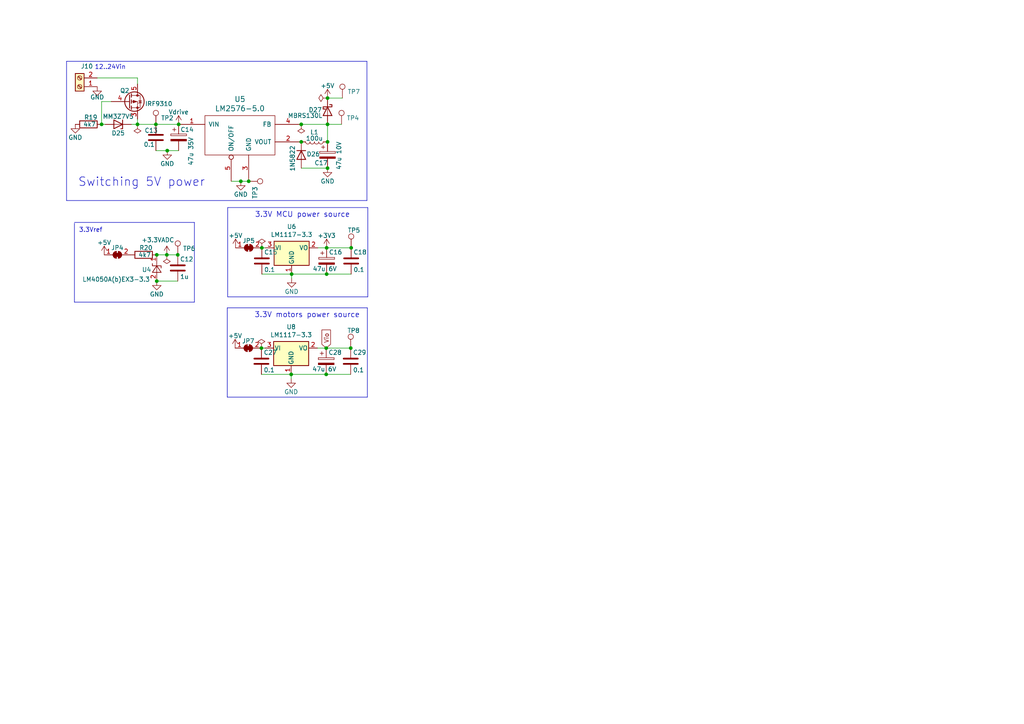
<source format=kicad_sch>
(kicad_sch (version 20250114) (generator "eeschema") (generator_version "9.0")
  (paper "A4")
  (lib_symbols
    (symbol "Connector:Screw_Terminal_01x02" (pin_names (offset 1.016) (hide yes))
      (property "Reference" "J" (at 0 2.54 0))
      (property "Value" "Screw_Terminal_01x02" (at 0 -5.08 0))
      (symbol "Screw_Terminal_01x02_1_1"
        (rectangle (start -1.27 1.27) (end 1.27 -3.81) (stroke (width 0.254)) (fill (type background)))
        (polyline (pts (xy -0.5334 0.3302) (xy 0.3302 -0.508)) (stroke (width 0.1524)))
        (polyline (pts (xy -0.5334 -2.2098) (xy 0.3302 -3.048)) (stroke (width 0.1524)))
        (polyline (pts (xy -0.3556 0.508) (xy 0.508 -0.3302)) (stroke (width 0.1524)))
        (polyline (pts (xy -0.3556 -2.032) (xy 0.508 -2.8702)) (stroke (width 0.1524)))
        (circle (center 0 0) (radius 0.635) (stroke (width 0.1524)))
        (circle (center 0 -2.54) (radius 0.635) (stroke (width 0.1524)))
        (pin passive line (at -5.08 0 0) (length 3.81) (name "Pin_1") (number "1"))
        (pin passive line (at -5.08 -2.54 0) (length 3.81) (name "Pin_2") (number "2"))
      )
    )
    (symbol "Connector:TestPoint" (pin_numbers (hide yes)) (pin_names (offset 0.762) (hide yes))
      (property "Reference" "TP" (at 0 6.858 0))
      (property "Value" "TestPoint" (at 0 5.08 0))
      (symbol "TestPoint_0_1"
        (circle (center 0 3.302) (radius 0.762))
      )
      (symbol "TestPoint_1_1"
        (pin passive line (at 0 0 90) (length 2.54) (name "1") (number "1"))
      )
    )
    (symbol "Device:C" (pin_numbers (hide yes)) (pin_names (offset 0.254))
      (property "Reference" "C" (at 0.635 2.54 0))
      (property "Value" "C" (at 0.635 -2.54 0))
      (symbol "C_0_1"
        (polyline (pts (xy -2.032 0.762) (xy 2.032 0.762)) (stroke (width 0.508)))
        (polyline (pts (xy -2.032 -0.762) (xy 2.032 -0.762)) (stroke (width 0.508)))
      )
      (symbol "C_1_1"
        (pin passive line (at 0 3.81 270) (length 2.794) (name "~") (number "1"))
        (pin passive line (at 0 -3.81 90) (length 2.794) (name "~") (number "2"))
      )
    )
    (symbol "Device:C_Polarized" (pin_numbers (hide yes)) (pin_names (offset 0.254))
      (property "Reference" "C" (at 0.635 2.54 0))
      (property "Value" "C_Polarized" (at 0.635 -2.54 0))
      (symbol "C_Polarized_0_1"
        (rectangle (start -2.286 0.508) (end 2.286 1.016))
        (polyline (pts (xy -1.778 2.286) (xy -0.762 2.286)))
        (polyline (pts (xy -1.27 2.794) (xy -1.27 1.778)))
        (rectangle (start 2.286 -0.508) (end -2.286 -1.016) (fill (type outline)))
      )
      (symbol "C_Polarized_1_1"
        (pin passive line (at 0 3.81 270) (length 2.794) (name "~") (number "1"))
        (pin passive line (at 0 -3.81 90) (length 2.794) (name "~") (number "2"))
      )
    )
    (symbol "Device:D" (pin_numbers (hide yes)) (pin_names (offset 1.016) (hide yes))
      (property "Reference" "D" (at 0 2.54 0))
      (property "Value" "D" (at 0 -2.54 0))
      (symbol "D_0_1"
        (polyline (pts (xy -1.27 1.27) (xy -1.27 -1.27)) (stroke (width 0.254)))
        (polyline (pts (xy 1.27 1.27) (xy 1.27 -1.27) (xy -1.27 0) (xy 1.27 1.27)) (stroke (width 0.254)))
        (polyline (pts (xy 1.27 0) (xy -1.27 0)))
      )
      (symbol "D_1_1"
        (pin passive line (at -3.81 0 0) (length 2.54) (name "K") (number "1"))
        (pin passive line (at 3.81 0 180) (length 2.54) (name "A") (number "2"))
      )
    )
    (symbol "Device:D_Schottky" (pin_numbers (hide yes)) (pin_names (offset 1.016) (hide yes))
      (property "Reference" "D" (at 0 2.54 0))
      (property "Value" "D_Schottky" (at 0 -2.54 0))
      (symbol "D_Schottky_0_1"
        (polyline (pts (xy -1.905 0.635) (xy -1.905 1.27) (xy -1.27 1.27) (xy -1.27 -1.27) (xy -0.635 -1.27) (xy -0.635 -0.635)) (stroke (width 0.254)))
        (polyline (pts (xy 1.27 1.27) (xy 1.27 -1.27) (xy -1.27 0) (xy 1.27 1.27)) (stroke (width 0.254)))
        (polyline (pts (xy 1.27 0) (xy -1.27 0)))
      )
      (symbol "D_Schottky_1_1"
        (pin passive line (at -3.81 0 0) (length 2.54) (name "K") (number "1"))
        (pin passive line (at 3.81 0 180) (length 2.54) (name "A") (number "2"))
      )
    )
    (symbol "Device:D_Zener" (pin_numbers (hide yes)) (pin_names (offset 1.016) (hide yes))
      (property "Reference" "D" (at 0 2.54 0))
      (property "Value" "D_Zener" (at 0 -2.54 0))
      (symbol "D_Zener_0_1"
        (polyline (pts (xy -1.27 -1.27) (xy -1.27 1.27) (xy -0.762 1.27)) (stroke (width 0.254)))
        (polyline (pts (xy 1.27 0) (xy -1.27 0)))
        (polyline (pts (xy 1.27 -1.27) (xy 1.27 1.27) (xy -1.27 0) (xy 1.27 -1.27)) (stroke (width 0.254)))
      )
      (symbol "D_Zener_1_1"
        (pin passive line (at -3.81 0 0) (length 2.54) (name "K") (number "1"))
        (pin passive line (at 3.81 0 180) (length 2.54) (name "A") (number "2"))
      )
    )
    (symbol "Device:L" (pin_numbers (hide yes)) (pin_names (offset 1.016) (hide yes))
      (property "Reference" "L" (at -1.27 0 90))
      (property "Value" "L" (at 1.905 0 90))
      (symbol "L_0_1"
        (arc (start 0 2.54) (mid 0.6323 1.905) (end 0 1.27))
        (arc (start 0 1.27) (mid 0.6323 0.635) (end 0 0))
        (arc (start 0 0) (mid 0.6323 -0.635) (end 0 -1.27))
        (arc (start 0 -1.27) (mid 0.6323 -1.905) (end 0 -2.54))
      )
      (symbol "L_1_1"
        (pin passive line (at 0 3.81 270) (length 1.27) (name "1") (number "1"))
        (pin passive line (at 0 -3.81 90) (length 1.27) (name "2") (number "2"))
      )
    )
    (symbol "Device:R" (pin_numbers (hide yes)) (pin_names (offset 0))
      (property "Reference" "R" (at 2.032 0 90))
      (property "Value" "R" (at 0 0 90))
      (symbol "R_0_1"
        (rectangle (start -1.016 -2.54) (end 1.016 2.54) (stroke (width 0.254)))
      )
      (symbol "R_1_1"
        (pin passive line (at 0 3.81 270) (length 1.27) (name "~") (number "1"))
        (pin passive line (at 0 -3.81 90) (length 1.27) (name "~") (number "2"))
      )
    )
    (symbol "Jumper:SolderJumper_2_Bridged" (pin_names (offset 0) (hide yes))
      (property "Reference" "JP" (at 0 2.032 0))
      (property "Value" "SolderJumper_2_Bridged" (at 0 -2.54 0))
      (symbol "SolderJumper_2_Bridged_0_1"
        (rectangle (start -0.508 0.508) (end 0.508 -0.508) (fill (type outline)))
        (polyline (pts (xy -0.254 1.016) (xy -0.254 -1.016)))
        (arc (start -0.254 -1.016) (mid -1.2656 0) (end -0.254 1.016))
        (arc (start -0.254 -1.016) (mid -1.2656 0) (end -0.254 1.016) (fill (type outline)))
        (arc (start 0.254 1.016) (mid 1.2656 0) (end 0.254 -1.016))
        (arc (start 0.254 1.016) (mid 1.2656 0) (end 0.254 -1.016) (fill (type outline)))
        (polyline (pts (xy 0.254 1.016) (xy 0.254 -1.016)))
      )
      (symbol "SolderJumper_2_Bridged_1_1"
        (pin passive line (at -3.81 0 0) (length 2.54) (name "A") (number "1"))
        (pin passive line (at 3.81 0 180) (length 2.54) (name "B") (number "2"))
      )
    )
    (symbol "Reference_Voltage:LM4040DBZ-3" (pin_names (offset 0.0254) (hide yes))
      (property "Reference" "U" (at 0 2.54 0))
      (property "Value" "LM4040DBZ-3" (at 0 -3.175 0))
      (symbol "LM4040DBZ-3_0_1"
        (polyline (pts (xy -1.27 0) (xy 0 0) (xy 1.27 0)))
        (polyline (pts (xy -1.27 -1.27) (xy 0.635 0) (xy -1.27 1.27) (xy -1.27 -1.27)) (stroke (width 0.2032)))
        (polyline (pts (xy 0 -1.27) (xy 0.635 -1.27) (xy 0.635 1.27) (xy 1.27 1.27)) (stroke (width 0.2032)))
      )
      (symbol "LM4040DBZ-3_1_1"
        (pin passive line (at -3.81 0 0) (length 2.54) (name "A") (number "2"))
        (pin passive line (at 3.81 0 180) (length 2.54) (name "K") (number "1"))
      )
    )
    (symbol "Regulator_Linear:LM1117-3.3" (pin_names (offset 0.254))
      (property "Reference" "U" (at -3.81 3.175 0))
      (property "Value" "LM1117-3.3" (at 0 3.175 0))
      (symbol "LM1117-3.3_0_1"
        (rectangle (start -5.08 -5.08) (end 5.08 1.905) (stroke (width 0.254)) (fill (type background)))
      )
      (symbol "LM1117-3.3_1_1"
        (pin power_in line (at -7.62 0 0) (length 2.54) (name "VI") (number "3"))
        (pin power_in line (at 0 -7.62 90) (length 2.54) (name "GND") (number "1"))
        (pin power_out line (at 7.62 0 180) (length 2.54) (name "VO") (number "2"))
      )
    )
    (symbol "elements:IRF9310" (pin_names (offset 0) (hide yes))
      (property "Reference" "Q" (at 5.08 1.27 0))
      (property "Value" "IRF9310" (at 5.08 -1.27 0))
      (symbol "IRF9310_0_1"
        (polyline (pts (xy 0.0508 0) (xy 0.254 0)))
        (polyline (pts (xy 0.254 1.905) (xy 0.254 -1.905) (xy 0.254 -1.905)) (stroke (width 0.254)))
        (polyline (pts (xy 0.762 2.286) (xy 0.762 1.27)) (stroke (width 0.254)))
        (polyline (pts (xy 0.762 1.778) (xy 2.54 1.778)))
        (polyline (pts (xy 0.762 0.508) (xy 0.762 -0.508)) (stroke (width 0.254)))
        (polyline (pts (xy 0.762 0) (xy 2.54 0)))
        (polyline (pts (xy 0.762 -1.27) (xy 0.762 -2.286)) (stroke (width 0.254)))
        (polyline (pts (xy 0.762 -1.778) (xy 2.54 -1.778)))
        (circle (center 1.651 0) (radius 2.8194) (stroke (width 0.254)))
        (polyline (pts (xy 2.286 0) (xy 1.27 -0.381) (xy 1.27 0.381) (xy 2.286 0)) (fill (type outline)))
        (polyline (pts (xy 2.54 2.54) (xy 2.54 1.778)))
        (circle (center 2.54 1.778) (radius 0.2794) (fill (type outline)))
        (polyline (pts (xy 2.54 -1.778) (xy 2.54 0)))
        (polyline (pts (xy 2.54 -1.778) (xy 2.54 -2.54)))
        (polyline (pts (xy 2.54 -1.778) (xy 3.302 -1.778) (xy 3.302 1.778) (xy 2.54 1.778)))
        (circle (center 2.54 -1.778) (radius 0.2794) (fill (type outline)))
        (polyline (pts (xy 2.794 -0.508) (xy 2.921 -0.381) (xy 3.683 -0.381) (xy 3.81 -0.254)))
        (polyline (pts (xy 3.302 -0.381) (xy 2.921 0.254) (xy 3.683 0.254) (xy 3.302 -0.381)))
      )
      (symbol "IRF9310_1_1"
        (pin input line (at -5.08 0 0) (length 5.08) (name "G") (number "4"))
        (pin passive line (at 2.54 5.08 270) (length 2.54) (name "D") (number "5"))
        (pin passive line (at 2.54 5.08 270) (length 2.54) (hide yes) (name "D") (number "6"))
        (pin passive line (at 2.54 5.08 270) (length 2.54) (hide yes) (name "D") (number "7"))
        (pin passive line (at 2.54 5.08 270) (length 2.54) (hide yes) (name "D") (number "8"))
        (pin passive line (at 2.54 -5.08 90) (length 2.54) (hide yes) (name "S") (number "1"))
        (pin passive line (at 2.54 -5.08 90) (length 2.54) (hide yes) (name "S") (number "2"))
        (pin passive line (at 2.54 -5.08 90) (length 2.54) (name "S") (number "3"))
      )
    )
    (symbol "power:+3.3V" (power) (pin_names (offset 0))
      (property "Value" "+3.3V" (at 0 3.556 0))
      (symbol "+3.3V_0_1"
        (polyline (pts (xy -0.762 1.27) (xy 0 2.54)))
        (polyline (pts (xy 0 2.54) (xy 0.762 1.27)))
        (polyline (pts (xy 0 0) (xy 0 2.54)))
      )
      (symbol "+3.3V_1_1"
        (pin power_in line (at 0 0 90) (length 0) (hide yes) (name "+3V3") (number "1"))
      )
    )
    (symbol "power:+3.3VADC" (power) (pin_names (offset 0))
      (property "Value" "+3.3VADC" (at 0 2.54 0))
      (symbol "+3.3VADC_0_0"
        (pin power_in line (at 0 0 90) (length 0) (hide yes) (name "+3.3VADC") (number "1"))
      )
      (symbol "+3.3VADC_0_1"
        (polyline (pts (xy -0.762 1.27) (xy 0 2.54)))
        (polyline (pts (xy 0 2.54) (xy 0.762 1.27)))
        (polyline (pts (xy 0 0) (xy 0 2.54)))
      )
    )
    (symbol "power:GND" (power) (pin_names (offset 0))
      (property "Value" "GND" (at 0 -3.81 0))
      (symbol "GND_0_1"
        (polyline (pts (xy 0 0) (xy 0 -1.27) (xy 1.27 -1.27) (xy 0 -2.54) (xy -1.27 -1.27) (xy 0 -1.27)))
      )
      (symbol "GND_1_1"
        (pin power_in line (at 0 0 270) (length 0) (hide yes) (name "GND") (number "1"))
      )
    )
    (symbol "power:PWR_FLAG" (power) (pin_numbers (hide yes)) (pin_names (offset 0) (hide yes))
      (property "Value" "PWR_FLAG" (at 0 3.81 0))
      (symbol "PWR_FLAG_0_0"
        (pin power_out line (at 0 0 90) (length 0) (name "pwr") (number "1"))
      )
      (symbol "PWR_FLAG_0_1"
        (polyline (pts (xy 0 0) (xy 0 1.27) (xy -1.016 1.905) (xy 0 2.54) (xy 1.016 1.905) (xy 0 1.27)))
      )
    )
    (symbol "power:Vdrive" (power) (pin_names (offset 0))
      (property "Value" "Vdrive" (at 0 3.81 0))
      (symbol "Vdrive_0_1"
        (polyline (pts (xy -0.762 1.27) (xy 0 2.54)))
        (polyline (pts (xy 0 2.54) (xy 0.762 1.27)))
        (polyline (pts (xy 0 0) (xy 0 2.54)))
      )
      (symbol "Vdrive_1_1"
        (pin power_in line (at 0 0 90) (length 0) (hide yes) (name "Vdrive") (number "1"))
      )
    )
    (symbol "stm32-rescue:+5V" (power) (pin_names (offset 0))
      (property "Value" "+5V" (at 0 3.556 0))
      (symbol "+5V_0_1"
        (polyline (pts (xy -0.762 1.27) (xy 0 2.54)))
        (polyline (pts (xy 0 2.54) (xy 0.762 1.27)))
        (polyline (pts (xy 0 0) (xy 0 2.54)))
      )
      (symbol "+5V_1_1"
        (pin power_in line (at 0 0 90) (length 0) (hide yes) (name "+5V") (number "1"))
      )
    )
    (symbol "stm32-rescue:C" (pin_numbers (hide yes)) (pin_names (offset 0.254))
      (property "Reference" "C" (at 0.635 2.54 0))
      (property "Value" "C" (at 0.635 -2.54 0))
      (symbol "C_0_1"
        (polyline (pts (xy -2.032 0.762) (xy 2.032 0.762)) (stroke (width 0.508)))
        (polyline (pts (xy -2.032 -0.762) (xy 2.032 -0.762)) (stroke (width 0.508)))
      )
      (symbol "C_1_1"
        (pin passive line (at 0 3.81 270) (length 2.794) (name "~") (number "1"))
        (pin passive line (at 0 -3.81 90) (length 2.794) (name "~") (number "2"))
      )
    )
    (symbol "stm32-rescue:CP" (pin_numbers (hide yes)) (pin_names (offset 0.254))
      (property "Reference" "C" (at 0.635 2.54 0))
      (property "Value" "CP" (at 0.635 -2.54 0))
      (symbol "CP_0_1"
        (rectangle (start -2.286 0.508) (end -2.286 1.016))
        (rectangle (start -2.286 0.508) (end 2.286 0.508))
        (polyline (pts (xy -1.778 2.286) (xy -0.762 2.286)))
        (polyline (pts (xy -1.27 2.794) (xy -1.27 1.778)))
        (rectangle (start 2.286 1.016) (end -2.286 1.016))
        (rectangle (start 2.286 1.016) (end 2.286 0.508))
        (rectangle (start 2.286 -0.508) (end -2.286 -1.016) (fill (type outline)))
      )
      (symbol "CP_1_1"
        (pin passive line (at 0 3.81 270) (length 2.794) (name "~") (number "1"))
        (pin passive line (at 0 -3.81 90) (length 2.794) (name "~") (number "2"))
      )
    )
    (symbol "stm32-rescue:PWR_FLAG" (power) (pin_numbers (hide yes)) (pin_names (offset 0) (hide yes))
      (property "Value" "PWR_FLAG" (at 0 3.81 0))
      (symbol "PWR_FLAG_0_0"
        (pin power_out line (at 0 0 90) (length 0) (name "pwr") (number "1"))
      )
      (symbol "PWR_FLAG_0_1"
        (polyline (pts (xy 0 0) (xy 0 1.27) (xy -1.016 1.905) (xy 0 2.54) (xy 1.016 1.905) (xy 0 1.27)))
      )
    )
    (symbol "vreg:LM2576" (pin_names (offset 1.016))
      (property "Reference" "U" (at -8.89 6.35 0))
      (property "Value" "LM2576" (at 6.35 6.35 0))
      (symbol "LM2576_0_1"
        (rectangle (start -10.16 5.08) (end 10.16 -6.35))
      )
      (symbol "LM2576_1_1"
        (pin power_in line (at -17.78 2.54 0) (length 7.62) (name "VIN") (number "1"))
        (pin input inverted (at -2.54 -13.97 90) (length 7.62) (name "ON/OFF") (number "5"))
        (pin power_in line (at 2.54 -13.97 90) (length 7.62) (name "GND") (number "3"))
        (pin input line (at 17.78 2.54 180) (length 7.62) (name "FB") (number "4"))
        (pin power_out line (at 17.78 -2.54 180) (length 7.62) (name "VOUT") (number "2"))
      )
    )
  )
  (text "Switching 5V power" (at 22.606 54.356 0) (effects (font (size 2.4892 2.4892)) (justify left bottom)))
  (text "3.3Vref" (at 22.86 67.564 0) (effects (font (size 1.27 1.27)) (justify left bottom)))
  (text "3.3V MCU power source" (at 73.914 63.246 0) (effects (font (size 1.524 1.524)) (justify left bottom)))
  (text "12..24Vin" (at 27.432 20.32 0) (effects (font (size 1.27 1.27)) (justify left bottom)))
  (text "3.3V motors power source" (at 73.787 92.329 0) (effects (font (size 1.524 1.524)) (justify left bottom)))
  (junction (at 101.727 100.965))
  (junction (at 84.455 108.585))
  (junction (at 39.878 36.068))
  (junction (at 75.946 71.882))
  (junction (at 94.742 79.502))
  (junction (at 45.212 36.068))
  (junction (at 94.615 100.965))
  (junction (at 94.996 48.768))
  (junction (at 94.996 41.148))
  (junction (at 72.136 52.578))
  (junction (at 87.376 36.068))
  (junction (at 48.387 73.914))
  (junction (at 29.464 36.068))
  (junction (at 45.466 81.534))
  (junction (at 94.615 108.585))
  (junction (at 69.85 52.578))
  (junction (at 94.996 36.068))
  (junction (at 51.816 36.068))
  (junction (at 51.562 73.914))
  (junction (at 84.582 79.502))
  (junction (at 48.514 43.688))
  (junction (at 75.819 100.965))
  (junction (at 94.996 28.448))
  (junction (at 87.376 41.148))
  (junction (at 45.466 73.914))
  (junction (at 94.742 71.882))
  (junction (at 101.854 71.882))
  (polyline (pts (xy 106.68 60.198) (xy 66.04 60.198)))
  (wire (pts (xy 101.854 71.882) (xy 94.742 71.882)))
  (wire (pts (xy 39.878 36.068) (xy 39.878 34.544)))
  (polyline (pts (xy 106.426 58.166) (xy 19.304 58.166)))
  (wire (pts (xy 84.455 108.585) (xy 94.615 108.585)))
  (wire (pts (xy 48.514 43.688) (xy 51.816 43.688)))
  (wire (pts (xy 45.212 43.688) (xy 48.514 43.688)))
  (polyline (pts (xy 106.553 115.189) (xy 106.553 89.281)))
  (polyline (pts (xy 65.913 89.281) (xy 65.913 115.189)))
  (polyline (pts (xy 21.59 87.63) (xy 56.388 87.63)))
  (wire (pts (xy 76.835 100.965) (xy 75.819 100.965)))
  (wire (pts (xy 84.455 109.855) (xy 84.455 108.585)))
  (wire (pts (xy 101.727 100.965) (xy 94.615 100.965)))
  (wire (pts (xy 75.946 79.502) (xy 84.582 79.502)))
  (wire (pts (xy 101.727 108.585) (xy 94.615 108.585)))
  (wire (pts (xy 94.996 41.148) (xy 94.996 36.068)))
  (wire (pts (xy 75.819 108.585) (xy 84.455 108.585)))
  (wire (pts (xy 45.466 73.914) (xy 48.387 73.914)))
  (wire (pts (xy 69.85 52.578) (xy 67.056 52.578)))
  (wire (pts (xy 94.996 36.068) (xy 87.376 36.068)))
  (wire (pts (xy 99.314 28.448) (xy 94.996 28.448)))
  (polyline (pts (xy 65.913 115.189) (xy 106.553 115.189)))
  (polyline (pts (xy 106.553 89.281) (xy 65.913 89.281)))
  (wire (pts (xy 29.464 29.464) (xy 32.258 29.464)))
  (wire (pts (xy 48.387 73.914) (xy 51.562 73.914)))
  (wire (pts (xy 94.996 48.768) (xy 87.376 48.768)))
  (polyline (pts (xy 21.59 64.516) (xy 56.388 64.516)))
  (polyline (pts (xy 19.304 58.166) (xy 19.304 17.78)))
  (wire (pts (xy 99.06 36.068) (xy 94.996 36.068)))
  (wire (pts (xy 101.854 79.502) (xy 94.742 79.502)))
  (wire (pts (xy 84.582 79.502) (xy 94.742 79.502)))
  (polyline (pts (xy 66.04 86.106) (xy 106.68 86.106)))
  (polyline (pts (xy 106.68 86.106) (xy 106.68 60.198)))
  (wire (pts (xy 45.466 81.534) (xy 51.562 81.534)))
  (wire (pts (xy 39.878 36.068) (xy 45.212 36.068)))
  (wire (pts (xy 45.212 36.068) (xy 51.816 36.068)))
  (wire (pts (xy 76.962 71.882) (xy 75.946 71.882)))
  (wire (pts (xy 92.202 71.882) (xy 94.742 71.882)))
  (polyline (pts (xy 21.59 64.77) (xy 21.59 87.63)))
  (wire (pts (xy 84.582 80.772) (xy 84.582 79.502)))
  (wire (pts (xy 92.075 100.965) (xy 94.615 100.965)))
  (wire (pts (xy 72.136 52.578) (xy 69.85 52.578)))
  (polyline (pts (xy 56.388 87.63) (xy 56.388 64.516)))
  (wire (pts (xy 51.943 36.068) (xy 51.816 36.068)))
  (polyline (pts (xy 66.04 60.198) (xy 66.04 86.106)))
  (wire (pts (xy 30.48 36.068) (xy 29.464 36.068)))
  (wire (pts (xy 28.194 22.606) (xy 39.878 22.606)))
  (polyline (pts (xy 19.304 17.78) (xy 106.426 17.78)))
  (polyline (pts (xy 106.426 17.78) (xy 106.426 58.166)))
  (wire (pts (xy 39.878 22.606) (xy 39.878 24.384)))
  (wire (pts (xy 29.464 36.068) (xy 29.464 29.464)))
  (wire (pts (xy 38.1 36.068) (xy 39.878 36.068)))
  (global_label "Vio" (shape input) (at 94.615 100.965 90) (property "Intersheetrefs" "${INTERSHEET_REFS}" (effects (hide yes))))
  (symbol (lib_id "elements:IRF9310") (at 37.338 29.464 0) (unit 1)
    (property "Reference" "Q2" (at 34.798 26.289 0) (effects (justify left)))
    (property "Value" "IRF9310" (at 42.037 30.099 0) (effects (justify left)))
    (property "Footprint" "Package_SO:SO-8_3.9x4.9mm_P1.27mm" (effects (hide yes)))
  )
  (symbol (lib_id "stm32-rescue:PWR_FLAG") (at 48.387 73.914 180) (unit 1)
    (property "Reference" "#FLG01" (effects (hide yes)))
    (property "Value" "PWR_FLAG" (effects (hide yes)))
  )
  (symbol (lib_id "Device:D") (at 87.376 44.958 270) (unit 1)
    (property "Reference" "D26" (at 88.9 44.704 90) (effects (justify left)))
    (property "Value" "1N5822" (at 84.836 42.164 0) (effects (justify left)))
    (property "Footprint" "Diode_THT:D_DO-201_P3.81mm_Vertical_AnodeUp" (effects (hide yes)))
  )
  (symbol (lib_id "stm32-rescue:C") (at 75.819 104.775 0) (unit 1)
    (property "Reference" "C27" (at 76.454 102.235 0) (effects (justify left)))
    (property "Value" "0.1" (at 76.454 107.315 0) (effects (justify left)))
    (property "Footprint" "Capacitor_SMD:C_0603_1608Metric_Pad1.08x0.95mm_HandSolder" (effects (hide yes)))
  )
  (symbol (lib_id "Reference_Voltage:LM4040DBZ-3") (at 45.466 77.724 90) (unit 1)
    (property "Reference" "U4" (at 41.148 78.232 90) (effects (justify right)))
    (property "Value" "LM4050A(b)EX3-3.3" (at 23.876 81.026 90) (effects (justify right)))
    (property "Footprint" "Package_TO_SOT_SMD:SOT-323_SC-70_Handsoldering" (effects (hide yes)))
    (property "Datasheet" "http://www.ti.com/lit/ds/symlink/lm4040-n.pdf" (effects (hide yes)))
  )
  (symbol (lib_id "Jumper:SolderJumper_2_Bridged") (at 72.136 71.882 0) (unit 1)
    (property "Reference" "JP5" (at 72.136 69.8302 0))
    (property "Value" "3V3" (effects (hide yes)))
    (property "Footprint" "Jumper:SolderJumper-2_P1.3mm_Open_TrianglePad1.0x1.5mm" (effects (hide yes)))
  )
  (symbol (lib_id "power:GND") (at 84.455 109.855 0) (unit 1)
    (property "Reference" "#PWR061" (effects (hide yes)))
    (property "Value" "GND" (at 84.455 113.665 0))
  )
  (symbol (lib_id "power:PWR_FLAG") (at 75.819 100.965 0) (unit 1)
    (property "Reference" "#FLG04" (effects (hide yes)))
    (property "Value" "PWR_FLAG" (effects (hide yes)))
  )
  (symbol (lib_id "stm32-rescue:+5V") (at 68.199 100.965 0) (unit 1)
    (property "Reference" "#PWR037" (effects (hide yes)))
    (property "Value" "+5V" (at 68.199 97.409 0))
  )
  (symbol (lib_id "Device:C_Polarized") (at 94.996 44.958 0) (unit 1)
    (property "Reference" "C17" (at 91.186 47.244 0) (effects (justify left)))
    (property "Value" "47u 10V" (at 98.298 49.276 90) (effects (justify left)))
    (property "Footprint" "Capacitor_Tantalum_SMD:CP_EIA-6032-28_Kemet-C_Pad2.25x2.35mm_HandSolder" (effects (hide yes)))
  )
  (symbol (lib_id "power:GND") (at 28.194 25.146 0) (unit 1)
    (property "Reference" "#PWR026" (effects (hide yes)))
    (property "Value" "GND" (at 28.194 28.194 0))
  )
  (symbol (lib_id "stm32-rescue:PWR_FLAG") (at 39.878 36.068 180) (unit 1)
    (property "Reference" "#FLG02" (effects (hide yes)))
    (property "Value" "PWR_FLAG" (effects (hide yes)))
  )
  (symbol (lib_id "power:+3.3VADC") (at 48.387 73.914 0) (mirror y) (unit 1)
    (property "Reference" "#PWR028" (effects (hide yes)))
    (property "Value" "+3.3VADC" (at 41.021 69.596 0) (effects (justify right)))
  )
  (symbol (lib_id "vreg:LM2576") (at 69.596 38.608 0) (unit 1)
    (property "Reference" "U5" (at 69.596 28.7782 0) (effects (font (size 1.524 1.524))))
    (property "Value" "LM2576-5.0" (at 69.596 31.4706 0) (effects (font (size 1.524 1.524))))
    (property "Footprint" "Package_TO_SOT_THT:TO-220-5_P3.4x3.7mm_StaggerEven_Lead3.8mm_Vertical" (effects (hide yes)))
    (property "Manufacturer" "Texas Instruments" (effects (hide yes)))
  )
  (symbol (lib_id "Jumper:SolderJumper_2_Bridged") (at 72.009 100.965 0) (unit 1)
    (property "Reference" "JP7" (at 72.009 98.9132 0))
    (property "Value" "Vio" (effects (hide yes)))
    (property "Footprint" "Jumper:SolderJumper-2_P1.3mm_Open_TrianglePad1.0x1.5mm" (effects (hide yes)))
  )
  (symbol (lib_id "stm32-rescue:+5V") (at 68.326 71.882 0) (unit 1)
    (property "Reference" "#PWR032" (effects (hide yes)))
    (property "Value" "+5V" (at 68.326 68.326 0))
  )
  (symbol (lib_id "power:PWR_FLAG") (at 94.996 28.448 90) (unit 1)
    (property "Reference" "#FLG0102" (effects (hide yes)))
    (property "Value" "PWR_FLAG" (effects (hide yes)))
  )
  (symbol (lib_id "Connector:Screw_Terminal_01x02") (at 23.114 25.146 180) (unit 1)
    (property "Reference" "J10" (at 25.1968 19.2278 0))
    (property "Value" "Screw_Terminal_01x02" (effects (hide yes)))
    (property "Footprint" "TerminalBlock_Phoenix:TerminalBlock_Phoenix_MKDS-1,5-2_1x02_P5.00mm_Horizontal" (effects (hide yes)))
  )
  (symbol (lib_id "stm32-rescue:C") (at 51.562 77.724 0) (unit 1)
    (property "Reference" "C12" (at 52.197 75.184 0) (effects (justify left)))
    (property "Value" "1u" (at 52.197 80.264 0) (effects (justify left)))
    (property "Footprint" "Capacitor_SMD:C_0603_1608Metric_Pad1.08x0.95mm_HandSolder" (effects (hide yes)))
  )
  (symbol (lib_id "Connector:TestPoint") (at 99.06 36.068 0) (unit 1)
    (property "Reference" "TP4" (at 100.5332 34.2392 0) (effects (justify left)))
    (property "Value" "5Vext" (effects (hide yes)))
    (property "Footprint" "TestPoint:TestPoint_THTPad_1.5x1.5mm_Drill0.7mm" (effects (hide yes)))
  )
  (symbol (lib_id "power:GND") (at 48.514 43.688 0) (unit 1)
    (property "Reference" "#PWR029" (effects (hide yes)))
    (property "Value" "GND" (at 48.514 47.498 0))
  )
  (symbol (lib_id "Device:C") (at 45.212 39.878 0) (unit 1)
    (property "Reference" "C13" (at 41.91 37.846 0) (effects (justify left)))
    (property "Value" "0.1" (at 41.656 41.91 0) (effects (justify left)))
    (property "Footprint" "Capacitor_SMD:C_0603_1608Metric_Pad1.08x0.95mm_HandSolder" (effects (hide yes)))
  )
  (symbol (lib_id "Jumper:SolderJumper_2_Bridged") (at 34.036 73.914 0) (unit 1)
    (property "Reference" "JP4" (at 34.036 71.8622 0))
    (property "Value" "3V3ADC" (effects (hide yes)))
    (property "Footprint" "Jumper:SolderJumper-2_P1.3mm_Open_TrianglePad1.0x1.5mm" (effects (hide yes)))
  )
  (symbol (lib_id "power:GND") (at 21.844 36.068 0) (unit 1)
    (property "Reference" "#PWR024" (effects (hide yes)))
    (property "Value" "GND" (at 21.844 39.878 0))
  )
  (symbol (lib_id "Connector:TestPoint") (at 101.727 100.965 0) (unit 1)
    (property "Reference" "TP8" (at 100.711 95.885 0) (effects (justify left)))
    (property "Value" "Vio" (effects (hide yes)))
    (property "Footprint" "TestPoint:TestPoint_THTPad_1.5x1.5mm_Drill0.7mm" (effects (hide yes)))
  )
  (symbol (lib_id "Connector:TestPoint") (at 99.314 28.448 0) (unit 1)
    (property "Reference" "TP7" (at 100.7872 26.6192 0) (effects (justify left)))
    (property "Value" "5V" (effects (hide yes)))
    (property "Footprint" "TestPoint:TestPoint_THTPad_1.5x1.5mm_Drill0.7mm" (effects (hide yes)))
  )
  (symbol (lib_id "Device:R") (at 25.654 36.068 270) (unit 1)
    (property "Reference" "R19" (at 24.384 34.036 90) (effects (justify left)))
    (property "Value" "4k7" (at 24.13 36.068 90) (effects (justify left)))
    (property "Footprint" "Resistor_SMD:R_0603_1608Metric_Pad0.98x0.95mm_HandSolder" (effects (hide yes)))
  )
  (symbol (lib_id "stm32-rescue:PWR_FLAG") (at 87.376 36.068 180) (unit 1)
    (property "Reference" "#FLG03" (effects (hide yes)))
    (property "Value" "PWR_FLAG" (effects (hide yes)))
  )
  (symbol (lib_id "Device:D_Zener") (at 34.29 36.068 180) (unit 1)
    (property "Reference" "D25" (at 34.29 38.608 0))
    (property "Value" "MM3Z7V5" (at 34.29 33.782 0))
    (property "Footprint" "Diode_SMD:D_0805_2012Metric_Pad1.15x1.40mm_HandSolder" (effects (hide yes)))
  )
  (symbol (lib_id "Connector:TestPoint") (at 101.854 71.882 0) (unit 1)
    (property "Reference" "TP5" (at 100.838 66.802 0) (effects (justify left)))
    (property "Value" "3.3V" (effects (hide yes)))
    (property "Footprint" "TestPoint:TestPoint_THTPad_1.5x1.5mm_Drill0.7mm" (effects (hide yes)))
  )
  (symbol (lib_id "power:PWR_FLAG") (at 75.946 71.882 0) (unit 1)
    (property "Reference" "#FLG0101" (effects (hide yes)))
    (property "Value" "PWR_FLAG" (effects (hide yes)))
  )
  (symbol (lib_id "Connector:TestPoint") (at 45.212 36.068 0) (unit 1)
    (property "Reference" "TP2" (at 46.6852 34.2392 0) (effects (justify left)))
    (property "Value" "Vin" (effects (hide yes)))
    (property "Footprint" "TestPoint:TestPoint_THTPad_1.5x1.5mm_Drill0.7mm" (effects (hide yes)))
  )
  (symbol (lib_id "stm32-rescue:+5V") (at 30.226 73.914 0) (unit 1)
    (property "Reference" "#PWR025" (effects (hide yes)))
    (property "Value" "+5V" (at 30.226 70.358 0))
  )
  (symbol (lib_id "stm32-rescue:CP") (at 94.615 104.775 0) (unit 1)
    (property "Reference" "C28" (at 95.25 102.235 0) (effects (justify left)))
    (property "Value" "47u 6V" (at 90.551 107.061 0) (effects (justify left)))
    (property "Footprint" "Capacitor_Tantalum_SMD:CP_EIA-3216-18_Kemet-A_Pad1.58x1.35mm_HandSolder" (effects (hide yes)))
  )
  (symbol (lib_id "Device:C_Polarized") (at 51.816 39.878 0) (unit 1)
    (property "Reference" "C14" (at 52.324 37.592 0) (effects (justify left)))
    (property "Value" "47u 35V" (at 55.372 48.006 90) (effects (justify left)))
    (property "Footprint" "Capacitor_Tantalum_SMD:CP_EIA-6032-28_Kemet-C_Pad2.25x2.35mm_HandSolder" (effects (hide yes)))
  )
  (symbol (lib_id "power:GND") (at 69.85 52.578 0) (unit 1)
    (property "Reference" "#PWR031" (effects (hide yes)))
    (property "Value" "GND" (at 69.85 56.388 0))
  )
  (symbol (lib_id "power:+3.3V") (at 94.742 71.882 0) (unit 1)
    (property "Reference" "#PWR034" (effects (hide yes)))
    (property "Value" "+3V3" (at 94.742 68.326 0))
  )
  (symbol (lib_id "stm32-rescue:CP") (at 94.742 75.692 0) (unit 1)
    (property "Reference" "C16" (at 95.377 73.152 0) (effects (justify left)))
    (property "Value" "47u 6V" (at 90.678 77.978 0) (effects (justify left)))
    (property "Footprint" "Capacitor_Tantalum_SMD:CP_EIA-3216-18_Kemet-A_Pad1.58x1.35mm_HandSolder" (effects (hide yes)))
  )
  (symbol (lib_id "power:Vdrive") (at 51.816 36.068 0) (unit 1)
    (property "Reference" "#PWR030" (effects (hide yes)))
    (property "Value" "Vdrive" (at 51.816 32.4922 0))
  )
  (symbol (lib_id "Device:R") (at 41.656 73.914 270) (unit 1)
    (property "Reference" "R20" (at 40.386 71.882 90) (effects (justify left)))
    (property "Value" "4k7" (at 40.132 73.914 90) (effects (justify left)))
    (property "Footprint" "Resistor_SMD:R_0603_1608Metric_Pad0.98x0.95mm_HandSolder" (effects (hide yes)))
  )
  (symbol (lib_id "Device:D_Schottky") (at 94.996 32.258 270) (unit 1)
    (property "Reference" "D27" (at 91.44 31.877 90))
    (property "Value" "MBRS130L" (at 88.519 33.528 90))
    (property "Footprint" "Diode_SMD:D_SMB_Handsoldering" (effects (hide yes)))
  )
  (symbol (lib_id "Device:L") (at 91.186 41.148 270) (unit 1)
    (property "Reference" "L1" (at 91.186 38.354 90))
    (property "Value" "100u" (at 91.186 40.132 90))
    (property "Footprint" "Inductor_THT:L_Toroid_Horizontal_D6.5mm_P10.00mm_Diameter7-5mm_Amidon-T25" (effects (hide yes)))
  )
  (symbol (lib_id "Regulator_Linear:LM1117-3.3") (at 84.582 71.882 0) (unit 1)
    (property "Reference" "U6" (at 84.582 65.7352 0))
    (property "Value" "LM1117-3.3" (at 84.582 68.0466 0))
    (property "Footprint" "Package_TO_SOT_SMD:SOT-223-3_TabPin2" (effects (hide yes)))
    (property "Datasheet" "http://www.ti.com/lit/ds/symlink/lm1117.pdf" (effects (hide yes)))
  )
  (symbol (lib_id "stm32-rescue:C") (at 101.727 104.775 0) (unit 1)
    (property "Reference" "C29" (at 102.362 102.235 0) (effects (justify left)))
    (property "Value" "0.1" (at 102.362 107.315 0) (effects (justify left)))
    (property "Footprint" "Capacitor_SMD:C_0603_1608Metric_Pad1.08x0.95mm_HandSolder" (effects (hide yes)))
  )
  (symbol (lib_id "stm32-rescue:C") (at 75.946 75.692 0) (unit 1)
    (property "Reference" "C15" (at 76.581 73.152 0) (effects (justify left)))
    (property "Value" "0.1" (at 76.581 78.232 0) (effects (justify left)))
    (property "Footprint" "Capacitor_SMD:C_0603_1608Metric_Pad1.08x0.95mm_HandSolder" (effects (hide yes)))
  )
  (symbol (lib_id "Connector:TestPoint") (at 72.136 52.578 270) (unit 1)
    (property "Reference" "TP3" (at 73.9648 54.0512 0) (effects (justify left)))
    (property "Value" "Gnd" (effects (hide yes)))
    (property "Footprint" "TestPoint:TestPoint_THTPad_1.5x1.5mm_Drill0.7mm" (effects (hide yes)))
  )
  (symbol (lib_id "power:GND") (at 45.466 81.534 0) (unit 1)
    (property "Reference" "#PWR027" (effects (hide yes)))
    (property "Value" "GND" (at 45.466 85.344 0))
  )
  (symbol (lib_id "stm32-rescue:+5V") (at 94.996 28.448 0) (unit 1)
    (property "Reference" "#PWR035" (effects (hide yes)))
    (property "Value" "+5V" (at 94.996 24.892 0))
  )
  (symbol (lib_id "stm32-rescue:C") (at 101.854 75.692 0) (unit 1)
    (property "Reference" "C18" (at 102.489 73.152 0) (effects (justify left)))
    (property "Value" "0.1" (at 102.489 78.232 0) (effects (justify left)))
    (property "Footprint" "Capacitor_SMD:C_0603_1608Metric_Pad1.08x0.95mm_HandSolder" (effects (hide yes)))
  )
  (symbol (lib_id "power:GND") (at 84.582 80.772 0) (unit 1)
    (property "Reference" "#PWR033" (effects (hide yes)))
    (property "Value" "GND" (at 84.582 84.582 0))
  )
  (symbol (lib_id "Regulator_Linear:LM1117-3.3") (at 84.455 100.965 0) (unit 1)
    (property "Reference" "U8" (at 84.455 94.8182 0))
    (property "Value" "LM1117-3.3" (at 84.455 97.1296 0))
    (property "Footprint" "Package_TO_SOT_SMD:SOT-223-3_TabPin2" (effects (hide yes)))
    (property "Datasheet" "http://www.ti.com/lit/ds/symlink/lm1117.pdf" (effects (hide yes)))
  )
  (symbol (lib_id "power:GND") (at 94.996 48.768 0) (unit 1)
    (property "Reference" "#PWR036" (effects (hide yes)))
    (property "Value" "GND" (at 94.996 52.578 0))
  )
  (symbol (lib_id "Connector:TestPoint") (at 51.562 73.914 0) (unit 1)
    (property "Reference" "TP6" (at 53.0352 72.0852 0) (effects (justify left)))
    (property "Value" "3V3ADC" (effects (hide yes)))
    (property "Footprint" "TestPoint:TestPoint_THTPad_1.5x1.5mm_Drill0.7mm" (effects (hide yes)))
  )
)
</source>
